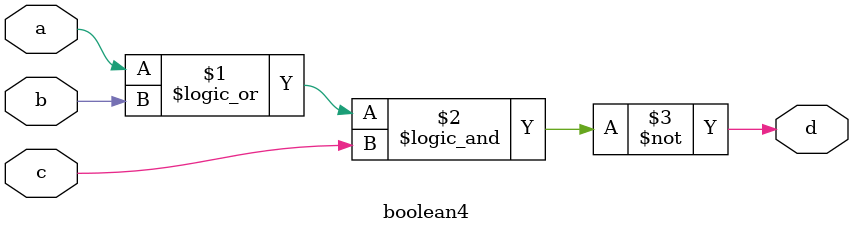
<source format=v>
`timescale 1ns / 1ps

module boolean4(
    input a,
    input b,
    input c,
    output d
    );
assign d = ~((a||b)&&c);
endmodule

</source>
